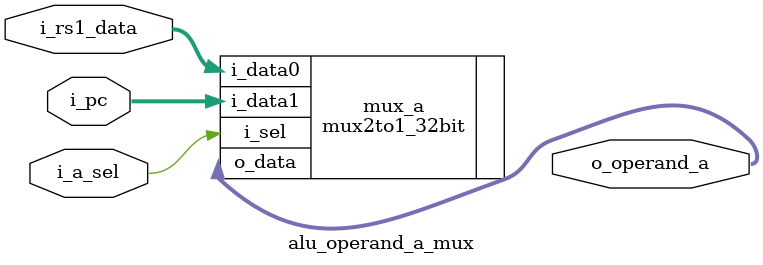
<source format=sv>
module alu_operand_a_mux (
    input  logic [31:0] i_rs1_data,
    input  logic [31:0] i_pc,
    input  logic        i_a_sel,
    output logic [31:0] o_operand_a
);
    mux2to1_32bit mux_a (
        .i_data0(i_rs1_data),
        .i_data1(i_pc),
        .i_sel(i_a_sel),
        .o_data(o_operand_a)
    );
endmodule

</source>
